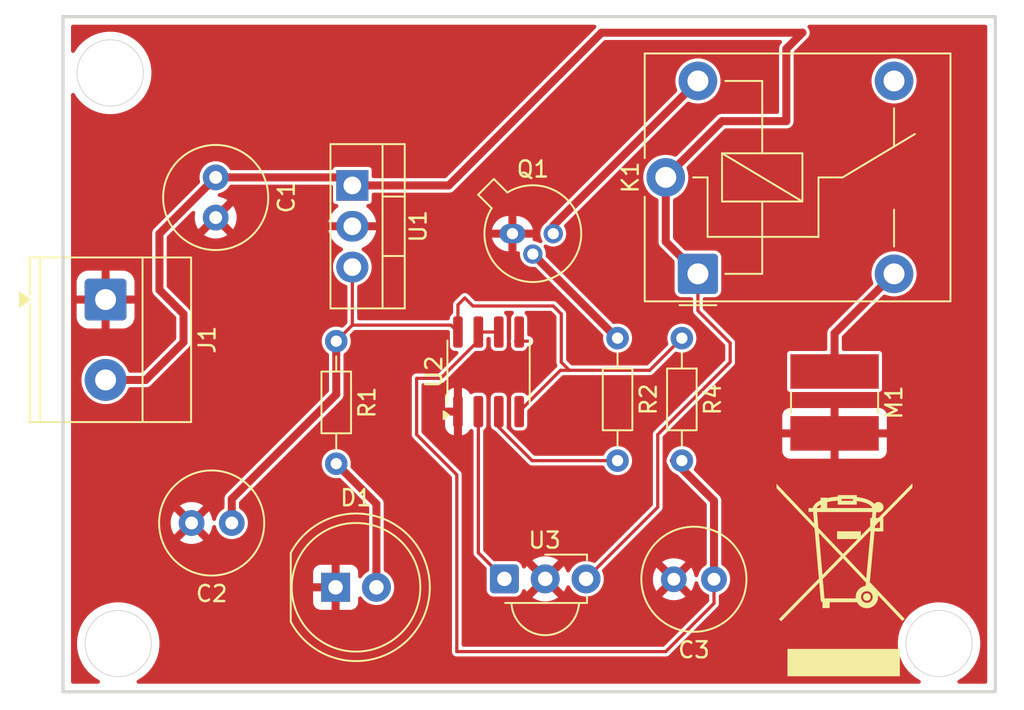
<source format=kicad_pcb>
(kicad_pcb (version 20241229) (generator "pcbnew") (generator_version "9.0")
  (layers (0 "F.Cu" signal) (2 "B.Cu" signal) (13 "F.Paste" user) (15 "B.Paste" user) (5 "F.SilkS" user "F.Silkscreen") (7 "B.SilkS" user "B.Silkscreen") (1 "F.Mask" user) (3 "B.Mask" user) (25 "Edge.Cuts" user))
  (net 0 "")
  (net 1 "12V")
  (net 2 "GND")
  (net 3 "5V")
  (net 4 "Net-(U2-DIS)")
  (net 5 "Net-(D1-A)")
  (net 6 "Net-(Q1-B)")
  (net 7 "Net-(U2-Q)")
  (net 8 "unconnected-(U2-CV-Pad5)")
  (net 9 "Net-(U2-TR)")
  (net 10 "Net-(M1-+)")
  (net 11 "Net-(Q1-C)")
  (footprint "Resistor_THT:R_Axial_DIN0204_L3.6mm_D1.6mm_P7.62mm_Horizontal" (layer "F.Cu") (at 156 50.5 -90)
    (property "Reference" "R4" (at 3.81 -1.92 90) (layer "F.SilkS"))
    (property "Value" "1M")
    (fp_line (start 0.94 0) (end 1.89 0) (stroke (width 0.12)) (layer "F.SilkS"))
    (fp_line (start 6.68 0) (end 5.73 0) (stroke (width 0.12)) (layer "F.SilkS"))
    (fp_rect (start 1.89 -0.92) (end 5.73 0.92) (stroke (width 0.12)) (fill no) (layer "F.SilkS"))
    (pad "1" thru_hole circle (at 0 0 270) (size 1.4 1.4) (drill 0.7) (layers "*.Cu" "*.Mask") (net 3 "5V"))
    (pad "2" thru_hole circle (at 7.62 0 270) (size 1.4 1.4) (drill 0.7) (layers "*.Cu" "*.Mask") (net 4 "Net-(U2-DIS)"))
  )
  (footprint "Package_TO_SOT_THT:TO-18-3" (layer "F.Cu") (at 145.46 44)
    (property "Reference" "Q1" (at 1.27 -4.01 0) (layer "F.SilkS"))
    (property "Value" "BC107")
    (fp_line (start -2.130108 -2.424301) (end -1.289618 -1.583811) (stroke (width 0.12)) (layer "F.SilkS"))
    (fp_line (start -1.154301 -3.400108) (end -2.130108 -2.424301) (stroke (width 0.12)) (layer "F.SilkS"))
    (fp_line (start -0.313811 -2.559618) (end -1.154301 -3.400108) (stroke (width 0.12)) (layer "F.SilkS"))
    (fp_arc (start -0.313811 -2.559618) (mid 3.398391 2.128391) (end -1.289618 -1.583811) (stroke (width 0.12)) (layer "F.SilkS"))
    (pad "1" thru_hole oval (at 0 0) (size 1.6 1.2) (drill 0.7) (layers "*.Cu" "*.Mask") (net 2 "GND"))
    (pad "2" thru_hole circle (at 1.27 1.27) (size 1.2 1.2) (drill 0.7) (layers "*.Cu" "*.Mask") (net 6 "Net-(Q1-B)"))
    (pad "3" thru_hole circle (at 2.54 0) (size 1.2 1.2) (drill 0.7) (layers "*.Cu" "*.Mask") (net 11 "Net-(Q1-C)"))
  )
  (footprint "OptoDevice:Vishay_MINICAST-3Pin" (layer "F.Cu") (at 144.96 65.475)
    (property "Reference" "U3" (at 2.5 -2.4 180) (layer "F.SilkS"))
    (property "Value" "TSSP58038")
    (fp_line (start 5.14 -1.51) (end 2.54 -1.51) (stroke (width 0.12)) (layer "F.SilkS"))
    (fp_line (start 5.14 -1.16) (end 5.14 -1.51) (stroke (width 0.12)) (layer "F.SilkS"))
    (fp_line (start 5.14 1.16) (end 5.14 1.5) (stroke (width 0.12)) (layer "F.SilkS"))
    (fp_line (start 5.14 1.5) (end 0.05 1.5) (stroke (width 0.12)) (layer "F.SilkS"))
    (fp_arc (start 4.64 1.5) (mid 2.540869 3.502379) (end 0.440083 1.501736) (stroke (width 0.12)) (layer "F.SilkS"))
    (pad "1" thru_hole roundrect (at 0 0) (size 1.8 1.8) (drill 0.9) (layers "*.Cu" "*.Mask") (roundrect_rratio 0.139) (net 9 "Net-(U2-TR)"))
    (pad "2" thru_hole circle (at 2.54 0) (size 1.8 1.8) (drill 0.9) (layers "*.Cu" "*.Mask") (net 2 "GND"))
    (pad "3" thru_hole circle (at 5.08 0) (size 1.8 1.8) (drill 0.9) (layers "*.Cu" "*.Mask") (net 1 "12V"))
  )
  (footprint "TerminalBlock_Phoenix:TerminalBlock_Phoenix_MKDS-1,5-2_1x02_P5.00mm_Horizontal" (layer "F.Cu") (at 120.15 48.1 -90)
    (property "Reference" "J1" (at 2.5 -6.32 90) (layer "F.SilkS"))
    (property "Value" "Screw_Terminal_01x02")
    (fp_line (start -2.62 4.72) (end -2.62 -5.32) (stroke (width 0.12)) (layer "F.SilkS"))
    (fp_line (start -0.3 4.72) (end -2.62 4.72) (stroke (width 0.12)) (layer "F.SilkS"))
    (fp_line (start 7.62 4.72) (end 0.3 4.72) (stroke (width 0.12)) (layer "F.SilkS"))
    (fp_line (start -2.62 4.1) (end 7.62 4.1) (stroke (width 0.12)) (layer "F.SilkS"))
    (fp_line (start -2.62 2.6) (end 7.62 2.6) (stroke (width 0.12)) (layer "F.SilkS"))
    (fp_line (start -2.62 -2.3) (end 7.62 -2.3) (stroke (width 0.12)) (layer "F.SilkS"))
    (fp_line (start -2.62 -5.32) (end 7.62 -5.32) (stroke (width 0.12)) (layer "F.SilkS"))
    (fp_line (start 7.62 -5.32) (end 7.62 4.72) (stroke (width 0.12)) (layer "F.SilkS"))
    (fp_poly (pts (xy 0 4.72) (xy 0.44 5.33) (xy -0.44 5.33)) (stroke (width 0.12)) (fill yes) (layer "F.SilkS"))
    (pad "1" thru_hole roundrect (at 0 0 270) (size 2.6 2.6) (drill 1.3) (layers "*.Cu" "*.Mask") (roundrect_rratio 0.096154) (net 2 "GND"))
    (pad "2" thru_hole circle (at 5 0 270) (size 2.6 2.6) (drill 1.3) (layers "*.Cu" "*.Mask") (net 1 "12V"))
  )
  (footprint "Relay_THT:Relay_SPDT_Finder_36.11" (layer "F.Cu") (at 157 46.5 90)
    (property "Reference" "K1" (at 6 -4.2 90) (layer "F.SilkS"))
    (property "Value" "Fujitsu_FTR-LYCA005x")
    (fp_line (start 13.71 -3.31) (end 7.2 -3.31) (stroke (width 0.12)) (layer "F.SilkS"))
    (fp_line (start 13.71 -3.31) (end 13.71 15.71) (stroke (width 0.12)) (layer "F.SilkS"))
    (fp_line (start 4.8 -3.31) (end -1.71 -3.31) (stroke (width 0.12)) (layer "F.SilkS"))
    (fp_line (start -1.95 -1.15) (end -1.95 1.15) (stroke (width 0.12)) (layer "F.SilkS"))
    (fp_line (start 6 0.6) (end 6 -0.3) (stroke (width 0.12)) (layer "F.SilkS"))
    (fp_line (start 6 0.6) (end 2.3 0.6) (stroke (width 0.12)) (layer "F.SilkS"))
    (fp_line (start 7.5 1.5) (end 7.5 6.5) (stroke (width 0.12)) (layer "F.SilkS"))
    (fp_line (start 4.5 1.5) (end 7.5 1.5) (stroke (width 0.12)) (layer "F.SilkS"))
    (fp_line (start 0 1.7) (end 0 4) (stroke (width 0.12)) (layer "F.SilkS"))
    (fp_line (start 12 4) (end 12 1.7) (stroke (width 0.12)) (layer "F.SilkS"))
    (fp_line (start 12 4) (end 7.5 4) (stroke (width 0.12)) (layer "F.SilkS"))
    (fp_line (start 4.5 4) (end 0 4) (stroke (width 0.12)) (layer "F.SilkS"))
    (fp_line (start 7.5 6.5) (end 4.5 6.5) (stroke (width 0.12)) (layer "F.SilkS"))
    (fp_line (start 4.5 6.5) (end 7.5 1.5) (stroke (width 0.12)) (layer "F.SilkS"))
    (fp_line (start 4.5 6.5) (end 4.5 1.5) (stroke (width 0.12)) (layer "F.SilkS"))
    (fp_line (start 6 7.5) (end 2.3 7.5) (stroke (width 0.12)) (layer "F.SilkS"))
    (fp_line (start 6 7.5) (end 6 9) (stroke (width 0.12)) (layer "F.SilkS"))
    (fp_line (start 2.3 7.5) (end 2.3 0.6) (stroke (width 0.12)) (layer "F.SilkS"))
    (fp_line (start 6 9) (end 8.7 13.5) (stroke (width 0.12)) (layer "F.SilkS"))
    (fp_line (start 10.3 12.2) (end 8 12.2) (stroke (width 0.12)) (layer "F.SilkS"))
    (fp_line (start 1.7 12.2) (end 4 12.2) (stroke (width 0.12)) (layer "F.SilkS"))
    (fp_line (start -1.71 15.7) (end -1.71 -3.31) (stroke (width 0.12)) (layer "F.SilkS"))
    (fp_line (start 13.71 15.71) (end -1.71 15.71) (stroke (width 0.12)) (layer "F.SilkS"))
    (pad "11" thru_hole circle (at 6 -2 90) (size 2.4 2.4) (drill 1.3) (layers "*.Cu" "*.Mask") (net 1 "12V"))
    (pad "12" thru_hole circle (at 12 12.2 90) (size 2.4 2.4) (drill 1.3) (layers "*.Cu" "*.Mask"))
    (pad "14" thru_hole circle (at 0 12.2 90) (size 2.4 2.4) (drill 1.3) (layers "*.Cu" "*.Mask") (net 10 "Net-(M1-+)"))
    (pad "A1" thru_hole roundrect (at 0 0 90) (size 2.5 2.5) (drill 1.3) (layers "*.Cu" "*.Mask") (roundrect_rratio 0.1) (net 1 "12V"))
    (pad "A2" thru_hole circle (at 12 0 90) (size 2.4 2.4) (drill 1.3) (layers "*.Cu" "*.Mask") (net 11 "Net-(Q1-C)"))
  )
  (footprint "Capacitor_THT:C_Radial_D6.3mm_H7.0mm_P2.50mm" (layer "F.Cu") (at 128 62 180)
    (property "Reference" "C2" (at 1.25 -4.4 0) (layer "F.SilkS"))
    (property "Value" "10uf")
    (fp_circle (center 1.25 0) (end 4.52 0) (stroke (width 0.12)) (fill no) (layer "F.SilkS"))
    (pad "1" thru_hole circle (at 0 0 180) (size 1.6 1.6) (drill 0.8) (layers "*.Cu" "*.Mask") (net 3 "5V"))
    (pad "2" thru_hole circle (at 2.5 0 180) (size 1.6 1.6) (drill 0.8) (layers "*.Cu" "*.Mask") (net 2 "GND"))
  )
  (footprint "LED_THT:LED_D8.0mm" (layer "F.Cu") (at 134.46 66)
    (property "Reference" "D1" (at 1.27 -5.56 0) (layer "F.SilkS"))
    (property "Value" "LED")
    (fp_line (start -2.79 -2.141) (end -2.79 2.141) (stroke (width 0.12)) (layer "F.SilkS"))
    (fp_arc (start -2.79 -2.141145) (mid 2.372883 -4.45553) (end 5.86 0) (stroke (width 0.12)) (layer "F.SilkS"))
    (fp_arc (start 5.86 0) (mid 2.372883 4.45553) (end -2.79 2.141145) (stroke (width 0.12)) (layer "F.SilkS"))
    (fp_circle (center 1.27 0) (end 5.27 0) (stroke (width 0.12)) (fill no) (layer "F.SilkS"))
    (pad "1" thru_hole rect (at 0 0) (size 1.8 1.8) (drill 0.9) (layers "*.Cu" "*.Mask") (net 2 "GND"))
    (pad "2" thru_hole circle (at 2.54 0) (size 1.8 1.8) (drill 0.9) (layers "*.Cu" "*.Mask") (net 5 "Net-(D1-A)"))
  )
  (footprint "Inductor_SMD:L_Ferrocore_DLG-0504" (layer "F.Cu") (at 165.5 54.5 -90)
    (property "Reference" "M1" (at 0 -3.7 90) (layer "F.SilkS"))
    (property "Value" "Motor_DC")
    (fp_line (start -0.65 2.71) (end 0.65 2.71) (stroke (width 0.12)) (layer "F.SilkS"))
    (fp_line (start -0.65 -2.71) (end 0.65 -2.71) (stroke (width 0.12)) (layer "F.SilkS"))
    (pad "1" smd rect (at -1.925 0 270) (size 2.15 5.5) (layers "F.Cu" "F.Mask" "F.Paste") (net 10 "Net-(M1-+)"))
    (pad "2" smd rect (at 1.925 0 270) (size 2.15 5.5) (layers "F.Cu" "F.Mask" "F.Paste") (net 2 "GND"))
  )
  (footprint "Resistor_THT:R_Axial_DIN0204_L3.6mm_D1.6mm_P7.62mm_Horizontal" (layer "F.Cu") (at 152 50.5 -90)
    (property "Reference" "R2" (at 3.81 -1.92 90) (layer "F.SilkS"))
    (property "Value" "1k")
    (fp_line (start 0.94 0) (end 1.89 0) (stroke (width 0.12)) (layer "F.SilkS"))
    (fp_line (start 6.68 0) (end 5.73 0) (stroke (width 0.12)) (layer "F.SilkS"))
    (fp_rect (start 1.89 -0.92) (end 5.73 0.92) (stroke (width 0.12)) (fill no) (layer "F.SilkS"))
    (pad "1" thru_hole circle (at 0 0 270) (size 1.4 1.4) (drill 0.7) (layers "*.Cu" "*.Mask") (net 6 "Net-(Q1-B)"))
    (pad "2" thru_hole circle (at 7.62 0 270) (size 1.4 1.4) (drill 0.7) (layers "*.Cu" "*.Mask") (net 7 "Net-(U2-Q)"))
  )
  (footprint "Capacitor_THT:C_Radial_D6.3mm_H7.0mm_P2.50mm" (layer "F.Cu") (at 127 40.5 -90)
    (property "Reference" "C1" (at 1.25 -4.4 90) (layer "F.SilkS"))
    (property "Value" "100uf")
    (fp_circle (center 1.25 0) (end 4.52 0) (stroke (width 0.12)) (fill no) (layer "F.SilkS"))
    (pad "1" thru_hole circle (at 0 0 270) (size 1.6 1.6) (drill 0.8) (layers "*.Cu" "*.Mask") (net 1 "12V"))
    (pad "2" thru_hole circle (at 2.5 0 270) (size 1.6 1.6) (drill 0.8) (layers "*.Cu" "*.Mask") (net 2 "GND"))
  )
  (footprint "Package_TO_SOT_THT:TO-220-3_Vertical" (layer "F.Cu") (at 135.5 41 -90)
    (property "Reference" "U1" (at 2.54 -4.1 90) (layer "F.SilkS"))
    (property "Value" "LM7805_TO220")
    (fp_line (start -2.57 1.36) (end -2.57 -3.26) (stroke (width 0.12)) (layer "F.SilkS"))
    (fp_line (start 7.65 1.36) (end -2.57 1.36) (stroke (width 0.12)) (layer "F.SilkS"))
    (fp_line (start -2.57 -1.88) (end 7.65 -1.88) (stroke (width 0.12)) (layer "F.SilkS"))
    (fp_line (start -2.57 -3.26) (end 7.65 -3.26) (stroke (width 0.12)) (layer "F.SilkS"))
    (fp_line (start 0.69 -3.26) (end 0.69 -1.88) (stroke (width 0.12)) (layer "F.SilkS"))
    (fp_line (start 4.39 -3.26) (end 4.39 -1.88) (stroke (width 0.12)) (layer "F.SilkS"))
    (fp_line (start 7.65 -3.26) (end 7.65 1.36) (stroke (width 0.12)) (layer "F.SilkS"))
    (pad "1" thru_hole rect (at 0 0 270) (size 1.905 2) (drill 1.1) (layers "*.Cu" "*.Mask") (net 1 "12V"))
    (pad "2" thru_hole oval (at 2.54 0 270) (size 1.905 2) (drill 1.1) (layers "*.Cu" "*.Mask") (net 2 "GND"))
    (pad "3" thru_hole oval (at 5.08 0 270) (size 1.905 2) (drill 1.1) (layers "*.Cu" "*.Mask") (net 3 "5V"))
  )
  (footprint "Resistor_THT:R_Axial_DIN0204_L3.6mm_D1.6mm_P7.62mm_Horizontal" (layer "F.Cu") (at 134.5 50.69 -90)
    (property "Reference" "R1" (at 3.81 -1.92 90) (layer "F.SilkS"))
    (property "Value" "320R")
    (fp_line (start 0.94 0) (end 1.89 0) (stroke (width 0.12)) (layer "F.SilkS"))
    (fp_line (start 6.68 0) (end 5.73 0) (stroke (width 0.12)) (layer "F.SilkS"))
    (fp_rect (start 1.89 -0.92) (end 5.73 0.92) (stroke (width 0.12)) (fill no) (layer "F.SilkS"))
    (pad "1" thru_hole circle (at 0 0 270) (size 1.4 1.4) (drill 0.7) (layers "*.Cu" "*.Mask") (net 3 "5V"))
    (pad "2" thru_hole circle (at 7.62 0 270) (size 1.4 1.4) (drill 0.7) (layers "*.Cu" "*.Mask") (net 5 "Net-(D1-A)"))
  )
  (footprint "Package_SO:SOIC-8_3.9x4.9mm_P1.27mm" (layer "F.Cu") (at 143.975 52.595 90)
    (property "Reference" "U2" (at 0 -3.4 90) (layer "F.SilkS"))
    (property "Value" "NE555D")
    (fp_line (start 0 -2.56) (end 1.95 -2.56) (stroke (width 0.12)) (layer "F.SilkS"))
    (fp_line (start 0 -2.56) (end -1.95 -2.56) (stroke (width 0.12)) (layer "F.SilkS"))
    (fp_line (start 0 2.56) (end 1.95 2.56) (stroke (width 0.12)) (layer "F.SilkS"))
    (fp_line (start 0 2.56) (end -1.95 2.56) (stroke (width 0.12)) (layer "F.SilkS"))
    (fp_poly (pts (xy -2.7 -2.465) (xy -2.94 -2.795) (xy -2.46 -2.795)) (stroke (width 0.12)) (fill yes) (layer "F.SilkS"))
    (pad "1" smd roundrect (at -2.475 -1.905 90) (size 1.95 0.6) (layers "F.Cu" "F.Mask" "F.Paste") (net 2 "GND"))
    (pad "2" smd roundrect (at -2.475 -0.635 90) (size 1.95 0.6) (layers "F.Cu" "F.Mask" "F.Paste") (net 9 "Net-(U2-TR)"))
    (pad "3" smd roundrect (at -2.475 0.635 90) (size 1.95 0.6) (layers "F.Cu" "F.Mask" "F.Paste") (net 7 "Net-(U2-Q)"))
    (pad "4" smd roundrect (at -2.475 1.905 90) (size 1.95 0.6) (layers "F.Cu" "F.Mask" "F.Paste") (net 3 "5V"))
    (pad "5" smd roundrect (at 2.475 1.905 90) (size 1.95 0.6) (layers "F.Cu" "F.Mask" "F.Paste") (net 8 "unconnected-(U2-CV-Pad5)"))
    (pad "6" smd roundrect (at 2.475 0.635 90) (size 1.95 0.6) (layers "F.Cu" "F.Mask" "F.Paste") (net 4 "Net-(U2-DIS)"))
    (pad "7" smd roundrect (at 2.475 -0.635 90) (size 1.95 0.6) (layers "F.Cu" "F.Mask" "F.Paste") (net 4 "Net-(U2-DIS)"))
    (pad "8" smd roundrect (at 2.475 -1.905 90) (size 1.95 0.6) (layers "F.Cu" "F.Mask" "F.Paste") (net 3 "5V"))
  )
  (footprint "Symbol:WEEE-Logo_8.4x12mm_SilkScreen" (layer "F.Cu") (at 166.116 65.532)
    (property "Reference" "REF**" (hide yes))
    (property "Value" "WEEE-Logo_8.4x12mm_SilkScreen" (hide yes))
    (fp_poly (pts (xy 3.444708 6.00274) (xy -3.546416 6.00274) (xy -3.546416 4.300347) (xy 3.444708 4.300347)) (fill yes) (layer "F.SilkS"))
    (fp_poly (pts (xy 1.405819 0.838903) (xy 1.41774 0.839809) (xy 1.429487 0.841302) (xy 1.441047 0.843367) (xy 1.452403 0.845988) (xy 1.463543 0.849151) (xy 1.47445 0.852842) (xy 1.48511 0.857046) (xy 1.495508 0.861747) (xy 1.50563 0.866931) (xy 1.51546 0.872584) (xy 1.524984 0.87869) (xy 1.534188 0.885235) (xy 1.543056 0.892204) (xy 1.551574 0.899582) (xy 1.559726 0.907355) (xy 1.567499 0.915508) (xy 1.574878 0.924025) (xy 1.581847 0.932893) (xy 1.588392 0.942097) (xy 1.594498 0.951621) (xy 1.60015 0.961452) (xy 1.605335 0.971574) (xy 1.610036 0.981972) (xy 1.614239 0.992632) (xy 1.61793 1.003539) (xy 1.621093 1.014678) (xy 1.623715 1.026035) (xy 1.625779 1.037595) (xy 1.627272 1.049342) (xy 1.628179 1.061263) (xy 1.628484 1.073342) (xy 1.628179 1.085422) (xy 1.627272 1.097342) (xy 1.625779 1.109089) (xy 1.623715 1.120649) (xy 1.621093 1.132005) (xy 1.61793 1.143144) (xy 1.614239 1.15405) (xy 1.610036 1.164709) (xy 1.605335 1.175107) (xy 1.60015 1.185228) (xy 1.594498 1.195057) (xy 1.588392 1.204581) (xy 1.581847 1.213783) (xy 1.574878 1.22265) (xy 1.567499 1.231167) (xy 1.559726 1.239319) (xy 1.551574 1.247091) (xy 1.543056 1.254468) (xy 1.534188 1.261436) (xy 1.524984 1.26798) (xy 1.51546 1.274086) (xy 1.50563 1.279737) (xy 1.495508 1.284921) (xy 1.48511 1.289621) (xy 1.47445 1.293824) (xy 1.463543 1.297514) (xy 1.452403 1.300677) (xy 1.441047 1.303298) (xy 1.429487 1.305362) (xy 1.41774 1.306855) (xy 1.405819 1.307761) (xy 1.39374 1.308067) (xy 1.38166 1.307761) (xy 1.369739 1.306855) (xy 1.357992 1.305362) (xy 1.346432 1.303298) (xy 1.335075 1.300677) (xy 1.323936 1.297514) (xy 1.313029 1.293824) (xy 1.302369 1.289621) (xy 1.291971 1.284921) (xy 1.281849 1.279737) (xy 1.272019 1.274086) (xy 1.262494 1.26798) (xy 1.253291 1.261436) (xy 1.244423 1.254468) (xy 1.235905 1.247091) (xy 1.227752 1.239319) (xy 1.219979 1.231167) (xy 1.212601 1.22265) (xy 1.205632 1.213783) (xy 1.199087 1.20458) (xy 1.192981 1.195057) (xy 1.187328 1.185227) (xy 1.182144 1.175107) (xy 1.177443 1.164709) (xy 1.173239 1.15405) (xy 1.169549 1.143143) (xy 1.166385 1.132005) (xy 1.163764 1.120648) (xy 1.161699 1.109089) (xy 1.160206 1.097342) (xy 1.1593 1.085421) (xy 1.158994 1.073342) (xy 1.1593 1.061263) (xy 1.160206 1.049342) (xy 1.161699 1.037595) (xy 1.163764 1.026035) (xy 1.166385 1.014678) (xy 1.169549 1.003539) (xy 1.173239 0.992632) (xy 1.177443 0.981972) (xy 1.182144 0.971574) (xy 1.187328 0.961452) (xy 1.192981 0.951622) (xy 1.199087 0.942097) (xy 1.205632 0.932894) (xy 1.212601 0.924026) (xy 1.219979 0.915508) (xy 1.227752 0.907355) (xy 1.235905 0.899582) (xy 1.244423 0.892204) (xy 1.253291 0.885235) (xy 1.262494 0.87869) (xy 1.272019 0.872584) (xy 1.281849 0.866931) (xy 1.291971 0.861747) (xy 1.302369 0.857046) (xy 1.313029 0.852842) (xy 1.323936 0.849151) (xy 1.335075 0.845988) (xy 1.346432 0.843367) (xy 1.357992 0.841302) (xy 1.369739 0.839809) (xy 1.38166 0.838903) (xy 1.39374 0.838597)) (fill yes) (layer "F.SilkS"))
    (fp_poly (pts (xy 4.227646 -5.727618) (xy 2.381601 -3.847227) (xy 2.420028 -3.847227) (xy 2.420028 -3.005854) (xy 1.870448 -3.005854) (xy 1.576987 0.142869) (xy 3.747781 2.429086) (xy 3.603765 2.565762) (xy 2.079132 0.957458) (xy 2.081357 0.971637) (xy 2.083297 0.985909) (xy 2.084948 1.000271) (xy 2.086305 1.014721) (xy 2.087367 1.029257) (xy 2.08813 1.043874) (xy 2.08859 1.05857) (xy 2.088744 1.073342) (xy 2.087839 1.109108) (xy 2.085155 1.144403) (xy 2.080736 1.179186) (xy 2.074624 1.213411) (xy 2.066864 1.247036) (xy 2.057498 1.280016) (xy 2.046572 1.312309) (xy 2.034128 1.343869) (xy 2.02021 1.374655) (xy 2.004862 1.404621) (xy 1.988128 1.433725) (xy 1.970051 1.461923) (xy 1.950674 1.48917) (xy 1.930043 1.515425) (xy 1.908199 1.540641) (xy 1.885187 1.564777) (xy 1.86105 1.587789) (xy 1.835833 1.609632) (xy 1.809579 1.630263) (xy 1.782331 1.649639) (xy 1.754133 1.667716) (xy 1.725029 1.68445) (xy 1.695063 1.699797) (xy 1.664278 1.713714) (xy 1.632717 1.726157) (xy 1.600426 1.737083) (xy 1.567446 1.746448) (xy 1.533822 1.754208) (xy 1.499598 1.760319) (xy 1.464817 1.764739) (xy 1.429522 1.767422) (xy 1.393759 1.768327) (xy 1.344213 1.766588) (xy 1.295606 1.76145) (xy 1.248053 1.75303) (xy 1.201673 1.741444) (xy 1.156582 1.726809) (xy 1.112897 1.709243) (xy 1.070735 1.688863) (xy 1.030213 1.665784) (xy 0.991448 1.640125) (xy 0.954558 1.612002) (xy 0.919659 1.581532) (xy 0.886868 1.548832) (xy 0.856302 1.514019) (xy 0.828079 1.47721) (xy 0.802315 1.438522) (xy 0.779128 1.398072) (xy -0.920429 1.398072) (xy -0.920429 1.761127) (xy -1.367577 1.761127) (xy -1.367577 1.397147) (xy -1.372479 1.396333) (xy -1.37736 1.395279) (xy -1.382212 1.393991) (xy -1.387028 1.392476) (xy -1.3918 1.390742) (xy -1.396519 1.388795) (xy -1.401178 1.386645) (xy -1.405768 1.384296) (xy -1.414712 1.379037) (xy -1.423286 1.373076) (xy -1.431427 1.366473) (xy -1.43907 1.359285) (xy -1.446153 1.351571) (xy -1.45261 1.343391) (xy -1.458379 1.334802) (xy -1.460985 1.330372) (xy -1.463395 1.325862) (xy -1.465601 1.32128) (xy -1.467595 1.316632) (xy -1.469368 1.311926) (xy -1.470914 1.307168) (xy -1.472223 1.302368) (xy -1.473288 1.297531) (xy -1.474101 1.292665) (xy -1.474654 1.287778) (xy -1.570129 0.178059) (xy -3.93891 2.590918) (xy -4.080513 2.451768) (xy -1.623273 -0.048763) (xy -1.347469 -0.048763) (xy -1.24377 1.156791) (xy 0.703681 1.156791) (xy 0.702534 1.146506) (xy 0.701534 1.136177) (xy 0.700685 1.125805) (xy 0.699987 1.115391) (xy 0.699441 1.104937) (xy 0.69905 1.094443) (xy 0.698814 1.083911) (xy 0.698735 1.073342) (xy 1.032291 1.073342) (xy 1.032762 1.091942) (xy 1.034157 1.110297) (xy 1.036456 1.128386) (xy 1.039634 1.146185) (xy 1.04367 1.163671) (xy 1.04854 1.180823) (xy 1.054222 1.197617) (xy 1.060694 1.214031) (xy 1.067932 1.230042) (xy 1.075913 1.245627) (xy 1.084616 1.260763) (xy 1.094017 1.275428) (xy 1.104094 1.289599) (xy 1.114824 1.303254) (xy 1.126184 1.316369) (xy 1.138152 1.328922) (xy 1.150704 1.34089) (xy 1.163819 1.35225) (xy 1.177473 1.362981) (xy 1.191644 1.373058) (xy 1.206309 1.38246) (xy 1.221445 1.391163) (xy 1.23703 1.399146) (xy 1.253041 1.406384) (xy 1.269456 1.412856) (xy 1.28625 1.418539) (xy 1.303403 1.42341) (xy 1.320891 1.427446) (xy 1.338691 1.430625) (xy 1.356781 1.432923) (xy 1.375138 1.434319) (xy 1.393739 1.434789) (xy 1.412338 1.434319) (xy 1.430694 1.432923) (xy 1.448782 1.430625) (xy 1.466581 1.427446) (xy 1.484068 1.42341) (xy 1.50122 1.418539) (xy 1.518014 1.412856) (xy 1.534428 1.406384) (xy 1.550438 1.399146) (xy 1.566023 1.391163) (xy 1.58116 1.38246) (xy 1.595825 1.373058) (xy 1.609996 1.362981) (xy 1.62365 1.35225) (xy 1.636765 1.34089) (xy 1.649318 1.328922) (xy 1.661286 1.316369) (xy 1.672647 1.303254) (xy 1.683377 1.289599) (xy 1.693455 1.275428) (xy 1.702857 1.260763) (xy 1.71156 1.245627) (xy 1.719542 1.230042) (xy 1.726781 1.214031) (xy 1.733253 1.197617) (xy 1.738936 1.180823) (xy 1.743806 1.163671) (xy 1.747842 1.146185) (xy 1.751021 1.128386) (xy 1.75332 1.110297) (xy 1.754716 1.091942) (xy 1.755186 1.073342) (xy 1.754716 1.054741) (xy 1.75332 1.036384) (xy 1.751021 1.018294) (xy 1.747842 1.000494) (xy 1.743806 0.983006) (xy 1.738936 0.965854) (xy 1.733253 0.949059) (xy 1.726781 0.932645) (xy 1.719542 0.916634) (xy 1.71156 0.901049) (xy 1.702857 0.885912) (xy 1.693455 0.871247) (xy 1.683377 0.857077) (xy 1.672647 0.843422) (xy 1.661286 0.830308) (xy 1.649318 0.817755) (xy 1.636765 0.805787) (xy 1.62365 0.794427) (xy 1.609996 0.783698) (xy 1.595825 0.773621) (xy 1.58116 0.764219) (xy 1.566023 0.755517) (xy 1.550438 0.747535) (xy 1.534428 0.740297) (xy 1.518014 0.733826) (xy 1.50122 0.728143) (xy 1.484068 0.723273) (xy 1.466581 0.719237) (xy 1.448782 0.716059) (xy 1.430694 0.713761) (xy 1.412338 0.712365) (xy 1.393739 0.711895) (xy 1.375138 0.712365) (xy 1.356781 0.713761) (xy 1.338691 0.716059) (xy 1.320891 0.719237) (xy 1.303403 0.723273) (xy 1.286251 0.728143) (xy 1.269456 0.733826) (xy 1.253042 0.740297) (xy 1.237031 0.747535) (xy 1.221446 0.755517) (xy 1.206309 0.764219) (xy 1.191644 0.773621) (xy 1.177473 0.783698) (xy 1.163819 0.794427) (xy 1.150705 0.805787) (xy 1.138152 0.817755) (xy 1.126184 0.830308) (xy 1.114824 0.843422) (xy 1.104094 0.857077) (xy 1.094017 0.871247) (xy 1.084616 0.885912) (xy 1.075913 0.901049) (xy 1.067932 0.916634) (xy 1.060694 0.932645) (xy 1.054222 0.949059) (xy 1.04854 0.965854) (xy 1.04367 0.983006) (xy 1.039634 1.000494) (xy 1.036456 1.018294) (xy 1.034157 1.036384) (xy 1.032762 1.054741) (xy 1.032291 1.073342) (xy 0.698735 1.073342) (xy 0.699514 1.04013) (xy 0.70183 1.00732) (xy 0.705646 0.974947) (xy 0.710928 0.943045) (xy 0.717641 0.91165) (xy 0.72575 0.880796) (xy 0.735221 0.850519) (xy 0.746017 0.820853) (xy 0.758105 0.791834) (xy 0.77145 0.763495) (xy 0.786016 0.735873) (xy 0.801769 0.709001) (xy 0.818673 0.682916) (xy 0.836694 0.657651) (xy 0.855797 0.633243) (xy 0.875947 0.609724) (xy 0.897109 0.587132) (xy 0.919248 0.5655) (xy 0.942329 0.544863) (xy 0.966318 0.525257) (xy 0.991179 0.506716) (xy 1.016877 0.489276) (xy 1.043378 0.47297) (xy 1.070647 0.457835) (xy 1.098648 0.443904) (xy 1.127347 0.431214) (xy 1.156709 0.419798) (xy 1.186699 0.409692) (xy 1.217282 0.40093) (xy 1.248423 0.393549) (xy 1.280087 0.387581) (xy 1.31224 0.383063) (xy 1.332147 0.169492) (xy -0.089492 -1.330147) (xy -1.347469 -0.048763) (xy -1.623273 -0.048763) (xy -1.592349 -0.080233) (xy -1.836404 -2.917438) (xy -1.594218 -2.917438) (xy -1.369649 -0.306853) (xy -0.227816 -1.468814) (xy 0.046641 -1.468814) (xy 1.356278 -0.089543) (xy 1.628061 -3.005854) (xy 1.601257 -3.005854) (xy 1.601257 -3.052385) (xy 0.046641 -1.468814) (xy -0.227816 -1.468814) (xy -0.224319 -1.472373) (xy -1.594218 -2.917438) (xy -1.836404 -2.917438) (xy -1.860574 -3.198412) (xy -4.227646 -5.695364) (xy -4.227646 -5.970345) (xy -1.886976 -3.505225) (xy -1.947788 -4.212173) (xy -1.705599 -4.212173) (xy -1.620661 -3.224754) (xy -0.088245 -1.610859) (xy 0.818178 -2.533228) (xy -0.459746 -2.533228) (xy -0.459746 -3.015828) (xy 1.018236 -3.015828) (xy 1.018236 -2.736825) (xy 1.495834 -3.222823) (xy 1.890636 -3.222823) (xy 2.208851 -3.222823) (xy 2.208851 -3.630218) (xy 2.168573 -3.630218) (xy 1.903445 -3.360163) (xy 1.890636 -3.222823) (xy 1.495834 -3.222823) (xy 1.601257 -3.330101) (xy 1.601257 -3.847187) (xy 1.706464 -3.847187) (xy 1.740467 -4.212173) (xy -1.705599 -4.212173) (xy -1.947788 -4.212173) (xy -1.948648 -4.222167) (xy -2.239334 -4.222167) (xy -2.239334 -4.463467) (xy -1.983576 -4.463467) (xy -1.98357 -4.463487) (xy -1.725586 -4.463487) (xy -1.485332 -4.463487) (xy -1.485332 -4.68305) (xy -1.505461 -4.671804) (xy -1.525001 -4.660247) (xy -1.543933 -4.648374) (xy -1.562236 -4.636183) (xy -1.579892 -4.623668) (xy -1.596879 -4.610826) (xy -1.613177 -4.597652) (xy -1.628767 -4.584142) (xy -1.643629 -4.570293) (xy -1.657742 -4.5561) (xy -1.671087 -4.541559) (xy -1.683644 -4.526665) (xy -1.695392 -4.511416) (xy -1.706312 -4.495805) (xy -1.716383 -4.479831) (xy -1.725586 -4.463487) (xy -1.98357 -4.463487) (xy -1.981857 -4.468656) (xy -1.979999 -4.474055) (xy -1.977998 -4.479658) (xy -1.97585 -4.485461) (xy -1.973548 -4.491457) (xy -1.971089 -4.497643) (xy -1.968468 -4.504013) (xy -1.96568 -4.510561) (xy -1.948685 -4.546763) (xy -1.929634 -4.581674) (xy -1.908597 -4.615317) (xy -1.88564 -4.647714) (xy -1.860833 -4.678889) (xy -1.834243 -4.708864) (xy -1.805938 -4.737661) (xy -1.775988 -4.765303) (xy -1.74446 -4.791814) (xy -1.711422 -4.817215) (xy -1.692605 -4.830485) (xy -1.072991 -4.830485) (xy -1.072991 -4.463467) (xy 1.730996 -4.463467) (xy 1.719759 -4.487406) (xy 1.706718 -4.510549) (xy 1.691932 -4.532909) (xy 1.67546 -4.5545) (xy 1.657359 -4.575334) (xy 1.637688 -4.595425) (xy 1.616507 -4.614785) (xy 1.593872 -4.633428) (xy 1.569843 -4.651367) (xy 1.544478 -4.668615) (xy 1.517836 -4.685186) (xy 1.489975 -4.701091) (xy 1.430831 -4.730961) (xy 1.367512 -4.758328) (xy 1.300489 -4.783299) (xy 1.230227 -4.805978) (xy 1.157195 -4.82647) (xy 1.081861 -4.84488) (xy 1.004693 -4.861313) (xy 0.926159 -4.875874) (xy 0.846726 -4.888667) (xy 0.766882 -4.899795) (xy 0.766882 -4.674585) (xy -0.41949 -4.674585) (xy -0.41949 -4.915885) (xy -0.17823 -4.915885) (xy 0.525541 -4.915885) (xy 0.525541 -5.026521) (xy -0.17823 -5.026521) (xy -0.17823 -4.915885) (xy -0.41949 -4.915885) (xy -0.41949 -4.925175) (xy -0.499237 -4.91866) (xy -0.580532 -4.910826) (xy -0.662879 -4.901573) (xy -0.74578 -4.890799) (xy -0.828739 -4.878405) (xy -0.911258 -4.864288) (xy -0.992841 -4.848348) (xy -1.072991 -4.830485) (xy -1.692605 -4.830485) (xy -1.676943 -4.84153) (xy -1.64109 -4.86478) (xy -1.603933 -4.886989) (xy -1.565538 -4.90818) (xy -1.525975 -4.928374) (xy -1.485312 -4.947596) (xy -1.485312 -5.107075) (xy -1.072991 -5.107075) (xy -1.072991 -5.082402) (xy -0.991912 -5.099876) (xy -0.910006 -5.115349) (xy -0.827599 -5.128928) (xy -0.745019 -5.140723) (xy -0.662591 -5.150844) (xy -0.580643 -5.159398) (xy -0.4995 -5.166496) (xy -0.41949 -5.172246) (xy -0.41949 -5.2678) (xy 0.766882 -5.2678) (xy 0.766882 -5.145499) (xy 0.927397 -5.122354) (xy 1.007237 -5.108175) (xy 1.086343 -5.092117) (xy 1.164375 -5.074075) (xy 1.240996 -5.053943) (xy 1.315867 -5.031616) (xy 1.388649 -5.006988) (xy 1.459005 -4.979952) (xy 1.526596 -4.950404) (xy 1.591085 -4.918237) (xy 1.652132 -4.883345) (xy 1.7094 -4.845623) (xy 1.76255 -4.804966) (xy 1.811244 -4.761266) (xy 1.855145 -4.714419) (xy 1.866565 -4.728159) (xy 1.878718 -4.74124) (xy 1.891574 -4.75363) (xy 1.905099 -4.765297) (xy 1.919264 -4.776212) (xy 1.934037 -4.786341) (xy 1.949386 -4.795654) (xy 1.965281 -4.80412) (xy 1.981689 -4.811707) (xy 1.99858 -4.818384) (xy 2.015923 -4.82412) (xy 2.033685 -4.828883) (xy 2.051836 -4.832642) (xy 2.070345 -4.835366) (xy 2.089179 -4.837023) (xy 2.108308 -4.837583) (xy 2.124866 -4.837164) (xy 2.141205 -4.835922) (xy 2.157307 -4.833876) (xy 2.173152 -4.831047) (xy 2.188718 -4.827454) (xy 2.203985 -4.823119) (xy 2.218935 -4.818061) (xy 2.233545 -4.812301) (xy 2.247797 -4.805858) (xy 2.26167 -4.798753) (xy 2.275143 -4.791006) (xy 2.288197 -4.782638) (xy 2.300811 -4.773668) (xy 2.312965 -4.764117) (xy 2.324638 -4.754005) (xy 2.335812 -4.743353) (xy 2.346465 -4.732179) (xy 2.356577 -4.720505) (xy 2.366128 -4.708351) (xy 2.375097 -4.695738) (xy 2.383466 -4.682684) (xy 2.391212 -4.669211) (xy 2.398317 -4.655338) (xy 2.40476 -4.641086) (xy 2.41052 -4.626476) (xy 2.415578 -4.611526) (xy 2.419914 -4.596259) (xy 2.423506 -4.580693) (xy 2.426335 -4.564848) (xy 2.428381 -4.548746) (xy 2.429623 -4.532407) (xy 2.430042 -4.51585) (xy 2.429623 -4.499294) (xy 2.428381 -4.482956) (xy 2.426335 -4.466855) (xy 2.423506 -4.451012) (xy 2.419914 -4.435447) (xy 2.415578 -4.42018) (xy 2.41052 -4.405231) (xy 2.40476 -4.390621) (xy 2.398317 -4.37637) (xy 2.391212 -4.362497) (xy 2.383466 -4.349024) (xy 2.375097 -4.33597) (xy 2.366128 -4.323356) (xy 2.356577 -4.311202) (xy 2.346465 -4.299528) (xy 2.335812 -4.288354) (xy 2.324638 -4.277701) (xy 2.312965 -4.267588) (xy 2.300811 -4.258036) (xy 2.288197 -4.249066) (xy 2.275143 -4.240697) (xy 2.26167 -4.23295) (xy 2.247797 -4.225844) (xy 2.233545 -4.219401) (xy 2.218935 -4.21364) (xy 2.203985 -4.208582) (xy 2.188718 -4.204246) (xy 2.173152 -4.200653) (xy 2.157307 -4.197824) (xy 2.141205 -4.195777) (xy 2.124866 -4.194535) (xy 2.108308 -4.194116) (xy 2.100038 -4.19422) (xy 2.091819 -4.194531) (xy 2.083654 -4.195047) (xy 2.075545 -4.195764) (xy 2.067495 -4.19668) (xy 2.059505 -4.197794) (xy 2.05158 -4.199101) (xy 2.043721 -4.200601) (xy 2.03593 -4.20229) (xy 2.028211 -4.204166) (xy 2.020566 -4.206227) (xy 2.012997 -4.20847) (xy 2.005507 -4.210892) (xy 1.998099 -4.213491) (xy 1.990775 -4.216265) (xy 1.983537 -4.219211) (xy 1.948849 -3.847207) (xy 2.109434 -3.847207) (xy 4.227646 -6.00274)) (fill yes) (layer "F.SilkS"))
  )
  (footprint "Capacitor_THT:C_Radial_D6.3mm_H7.0mm_P2.50mm" (layer "F.Cu") (at 158 65.5 180)
    (property "Reference" "C3" (at 1.25 -4.4 0) (layer "F.SilkS"))
    (property "Value" "1uf")
    (fp_circle (center 1.25 0) (end 4.52 0) (stroke (width 0.12)) (fill no) (layer "F.SilkS"))
    (pad "1" thru_hole circle (at 0 0 180) (size 1.6 1.6) (drill 0.8) (layers "*.Cu" "*.Mask") (net 4 "Net-(U2-DIS)"))
    (pad "2" thru_hole circle (at 2.5 0 180) (size 1.6 1.6) (drill 0.8) (layers "*.Cu" "*.Mask") (net 2 "GND"))
  )
  (gr_circle (center 172 69.5) (end 171.5 67.5) (stroke (width 0.05)) (fill no) (layer "Edge.Cuts"))
  (gr_circle (center 120.938447 69.5) (end 120.438447 67.5) (stroke (width 0.05)) (fill no) (layer "Edge.Cuts"))
  (gr_circle (center 120.438447 34) (end 119.938447 32) (stroke (width 0.05)) (fill no) (layer "Edge.Cuts"))
  (gr_rect (start 117.5 30.5) (end 175.5 72.5) (stroke (width 0.2)) (fill no) (layer "Edge.Cuts"))
  (segment (start 125 50.75) (end 122.65 53.1) (width 0.5) (layer "F.Cu") (net 1))
  (segment (start 159.004 50.8) (end 159.004 51.996) (width 0.2) (layer "F.Cu") (net 1))
  (segment (start 159.004 51.996) (end 154.5 56.5) (width 0.2) (layer "F.Cu") (net 1))
  (segment (start 155 40.5) (end 155 44.5) (width 0.5) (layer "F.Cu") (net 1))
  (segment (start 127 40.5) (end 123.5 44) (width 0.5) (layer "F.Cu") (net 1))
  (segment (start 163.5 31.5) (end 162.5 32.5) (width 0.5) (layer "F.Cu") (net 1))
  (segment (start 162.5 37) (end 158.5 37) (width 0.5) (layer "F.Cu") (net 1))
  (segment (start 135 40.5) (end 135.5 41) (width 0.2) (layer "F.Cu") (net 1))
  (segment (start 141.5 41) (end 151 31.5) (width 0.5) (layer "F.Cu") (net 1))
  (segment (start 157 46.5) (end 157 48.796) (width 0.2) (layer "F.Cu") (net 1))
  (segment (start 127 40.5) (end 135 40.5) (width 0.5) (layer "F.Cu") (net 1))
  (segment (start 123.5 44) (end 123.5 47.5) (width 0.5) (layer "F.Cu") (net 1))
  (segment (start 154.5 61.015) (end 150.04 65.475) (width 0.2) (layer "F.Cu") (net 1))
  (segment (start 154.5 56.5) (end 154.5 61.015) (width 0.2) (layer "F.Cu") (net 1))
  (segment (start 155 44.5) (end 157 46.5) (width 0.5) (layer "F.Cu") (net 1))
  (segment (start 135.5 41) (end 141.5 41) (width 0.5) (layer "F.Cu") (net 1))
  (segment (start 123.5 47.5) (end 125 49) (width 0.5) (layer "F.Cu") (net 1))
  (segment (start 122.65 53.1) (end 120.15 53.1) (width 0.5) (layer "F.Cu") (net 1))
  (segment (start 125 49) (end 125 50.75) (width 0.5) (layer "F.Cu") (net 1))
  (segment (start 151 31.5) (end 163.5 31.5) (width 0.5) (layer "F.Cu") (net 1))
  (segment (start 162.5 32.5) (end 162.5 37) (width 0.5) (layer "F.Cu") (net 1))
  (segment (start 157 48.796) (end 159.004 50.8) (width 0.2) (layer "F.Cu") (net 1))
  (segment (start 158.5 37) (end 155 40.5) (width 0.5) (layer "F.Cu") (net 1))
  (segment (start 166.075 57) (end 167.5 57) (width 0.2) (layer "F.Cu") (net 2))
  (segment (start 145.88 54.276968) (end 145.88 55.07) (width 0.2) (layer "F.Cu") (net 3))
  (segment (start 148.5 52) (end 149 52.5) (width 0.2) (layer "F.Cu") (net 3))
  (segment (start 143.000001 48.5) (end 148 48.5) (width 0.2) (layer "F.Cu") (net 3))
  (segment (start 142.07 50.12) (end 142.07 48.43) (width 0.2) (layer "F.Cu") (net 3))
  (segment (start 154 52.5) (end 156 50.5) (width 0.2) (layer "F.Cu") (net 3))
  (segment (start 145.88 55.07) (end 148.45 52.5) (width 0.2) (layer "F.Cu") (net 3))
  (segment (start 148.5 49) (end 148.5 52) (width 0.2) (layer "F.Cu") (net 3))
  (segment (start 134.5 54) (end 134.5 50.69) (width 0.5) (layer "F.Cu") (net 3))
  (segment (start 128 62) (end 128 60.5) (width 0.5) (layer "F.Cu") (net 3))
  (segment (start 134.5 50.69) (end 135.5 49.69) (width 0.2) (layer "F.Cu") (net 3))
  (segment (start 142.07 48.43) (end 142.500001 47.999999) (width 0.2) (layer "F.Cu") (net 3))
  (segment (start 148 48.5) (end 148.5 49) (width 0.2) (layer "F.Cu") (net 3))
  (segment (start 128 60.5) (end 134.5 54) (width 0.5) (layer "F.Cu") (net 3))
  (segment (start 148.45 52.5) (end 149 52.5) (width 0.2) (layer "F.Cu") (net 3))
  (segment (start 141.64 49.69) (end 135.5 49.69) (width 0.2) (layer "F.Cu") (net 3))
  (segment (start 142.07 50.12) (end 142.07 50.466968) (width 0.2) (layer "F.Cu") (net 3))
  (segment (start 149 52.5) (end 154 52.5) (width 0.2) (layer "F.Cu") (net 3))
  (segment (start 142.07 50.12) (end 141.64 49.69) (width 0.2) (layer "F.Cu") (net 3))
  (segment (start 135.5 49.69) (end 135.5 46.08) (width 0.2) (layer "F.Cu") (net 3))
  (segment (start 142.500001 47.999999) (end 143.000001 48.5) (width 0.2) (layer "F.Cu") (net 3))
  (segment (start 158 65.5) (end 158 60.62) (width 0.5) (layer "F.Cu") (net 4))
  (segment (start 142 59) (end 142 70) (width 0.2) (layer "F.Cu") (net 4))
  (segment (start 139.5 56.5) (end 142 59) (width 0.2) (layer "F.Cu") (net 4))
  (segment (start 155 70) (end 158 67) (width 0.2) (layer "F.Cu") (net 4))
  (segment (start 158 67) (end 158 65.5) (width 0.2) (layer "F.Cu") (net 4))
  (segment (start 139.5 53) (end 139.5 56.5) (width 0.2) (layer "F.Cu") (net 4))
  (segment (start 142 70) (end 155 70) (width 0.2) (layer "F.Cu") (net 4))
  (segment (start 143.34 50.66) (end 141 53) (width 0.2) (layer "F.Cu") (net 4))
  (segment (start 143.34 50.12) (end 143.34 50.66) (width 0.2) (layer "F.Cu") (net 4))
  (segment (start 141 53) (end 139.5 53) (width 0.2) (layer "F.Cu") (net 4))
  (segment (start 143.34 50.12) (end 144.61 50.12) (width 0.2) (layer "F.Cu") (net 4))
  (segment (start 158 60.62) (end 155.5 58.12) (width 0.5) (layer "F.Cu") (net 4))
  (segment (start 137 60.81) (end 134.5 58.31) (width 0.5) (layer "F.Cu") (net 5))
  (segment (start 137 66) (end 137 60.81) (width 0.5) (layer "F.Cu") (net 5))
  (segment (start 151.96 50.5) (end 152 50.5) (width 0.2) (layer "F.Cu") (net 6))
  (segment (start 146.73 45.27) (end 151.96 50.5) (width 0.5) (layer "F.Cu") (net 6))
  (segment (start 144.61 55.07) (end 144.61 56.044999) (width 0.2) (layer "F.Cu") (net 7))
  (segment (start 146.685001 58.12) (end 152 58.12) (width 0.2) (layer "F.Cu") (net 7))
  (segment (start 144.61 56.044999) (end 146.685001 58.12) (width 0.2) (layer "F.Cu") (net 7))
  (segment (start 146.45 50.69) (end 145.656968 50.69) (width 0.2) (layer "F.Cu") (net 8))
  (segment (start 143.34 55.07) (end 143.34 63.855) (width 0.2) (layer "F.Cu") (net 9))
  (segment (start 143.34 63.855) (end 144.96 65.475) (width 0.2) (layer "F.Cu") (net 9))
  (segment (start 165.5 50.2) (end 169.2 46.5) (width 0.5) (layer "F.Cu") (net 10))
  (segment (start 165.5 52.575) (end 165.5 50.2) (width 0.5) (layer "F.Cu") (net 10))
  (segment (start 157 34.5) (end 148 43.5) (width 0.5) (layer "F.Cu") (net 11))
  (segment (start 148 43.5) (end 148 44) (width 0.2) (layer "F.Cu") (net 11))
  (zone (net 2) (net_name "GND") (layer "F.Cu") (connect_pads (clearance 0)) (min_thickness 0.25) (fill yes (thermal_gap 0.5) (thermal_bridge_width 0.5))
    (polygon (pts (xy 177.292 29.464) (xy 177.292 73.143672) (xy 115.841073 73.647368) (xy 116.331999 29.464) (xy 127 29.464)))
  )
)
</source>
